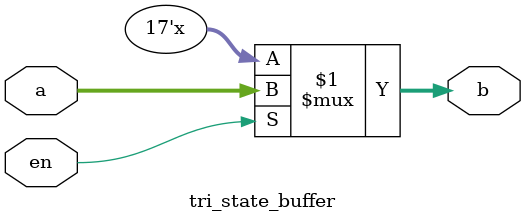
<source format=v>
module tri_state_buffer #(parameter N = 17) (
    input [N-1:0] a,
    input en,
    output [N-1:0] b
);
    assign b = en ? a : {N{1'BZ}};
    
endmodule
</source>
